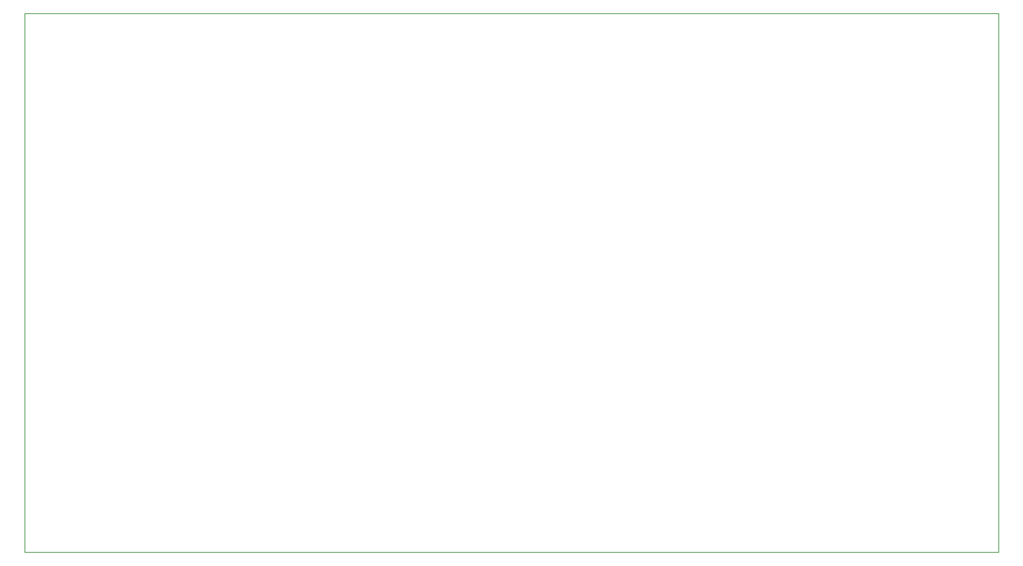
<source format=gbr>
G04 #@! TF.GenerationSoftware,KiCad,Pcbnew,8.0.6*
G04 #@! TF.CreationDate,2024-10-29T13:32:08-07:00*
G04 #@! TF.ProjectId,EE201_final_project_sensor_array,45453230-315f-4666-996e-616c5f70726f,rev?*
G04 #@! TF.SameCoordinates,Original*
G04 #@! TF.FileFunction,Profile,NP*
%FSLAX46Y46*%
G04 Gerber Fmt 4.6, Leading zero omitted, Abs format (unit mm)*
G04 Created by KiCad (PCBNEW 8.0.6) date 2024-10-29 13:32:08*
%MOMM*%
%LPD*%
G01*
G04 APERTURE LIST*
G04 #@! TA.AperFunction,Profile*
%ADD10C,0.100000*%
G04 #@! TD*
G04 APERTURE END LIST*
D10*
X117500000Y-45000000D02*
X235000000Y-45000000D01*
X235000000Y-110000000D01*
X117500000Y-110000000D01*
X117500000Y-45000000D01*
M02*

</source>
